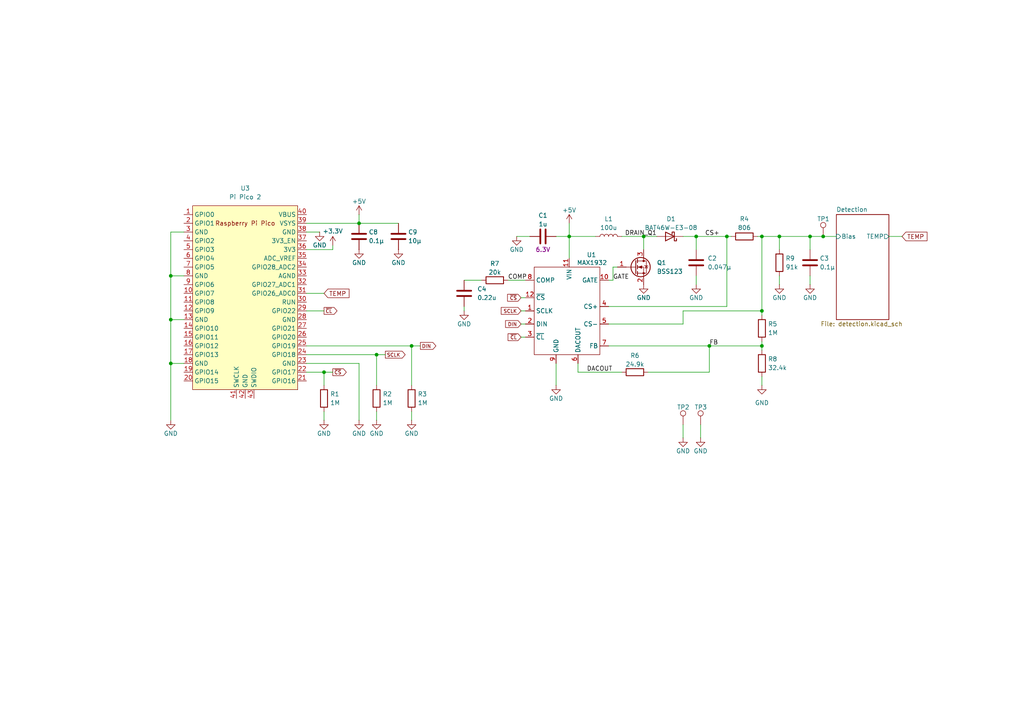
<source format=kicad_sch>
(kicad_sch (version 20250114) (generator "eeschema") (generator_version "9.0")
  (paper "A4")
  (lib_symbols
    (symbol "0_SPAD:Pico"
      (property "Reference" "U" (at -13.97 27.94 0))
      (property "Value" "Pico" (at 0 19.05 0))
      (symbol "Pico_0_0"
        (text "Raspberry Pi Pico" (at 0 21.59 0) (effects (font (size 1.27 1.27))))
      )
      (symbol "Pico_0_1"
        (rectangle (start -15.24 26.67) (end 15.24 -26.67) (fill (type background)))
      )
      (symbol "Pico_1_1"
        (pin bidirectional line (at -17.78 24.13 0) (length 2.54) (name "GPIO0") (number "1"))
        (pin bidirectional line (at -17.78 21.59 0) (length 2.54) (name "GPIO1") (number "2"))
        (pin power_in line (at -17.78 19.05 0) (length 2.54) (name "GND") (number "3"))
        (pin bidirectional line (at -17.78 16.51 0) (length 2.54) (name "GPIO2") (number "4"))
        (pin bidirectional line (at -17.78 13.97 0) (length 2.54) (name "GPIO3") (number "5"))
        (pin bidirectional line (at -17.78 11.43 0) (length 2.54) (name "GPIO4") (number "6"))
        (pin bidirectional line (at -17.78 8.89 0) (length 2.54) (name "GPIO5") (number "7"))
        (pin power_in line (at -17.78 6.35 0) (length 2.54) (name "GND") (number "8"))
        (pin bidirectional line (at -17.78 3.81 0) (length 2.54) (name "GPIO6") (number "9"))
        (pin bidirectional line (at -17.78 1.27 0) (length 2.54) (name "GPIO7") (number "10"))
        (pin bidirectional line (at -17.78 -1.27 0) (length 2.54) (name "GPIO8") (number "11"))
        (pin bidirectional line (at -17.78 -3.81 0) (length 2.54) (name "GPIO9") (number "12"))
        (pin power_in line (at -17.78 -6.35 0) (length 2.54) (name "GND") (number "13"))
        (pin bidirectional line (at -17.78 -8.89 0) (length 2.54) (name "GPIO10") (number "14"))
        (pin bidirectional line (at -17.78 -11.43 0) (length 2.54) (name "GPIO11") (number "15"))
        (pin bidirectional line (at -17.78 -13.97 0) (length 2.54) (name "GPIO12") (number "16"))
        (pin bidirectional line (at -17.78 -16.51 0) (length 2.54) (name "GPIO13") (number "17"))
        (pin power_in line (at -17.78 -19.05 0) (length 2.54) (name "GND") (number "18"))
        (pin bidirectional line (at -17.78 -21.59 0) (length 2.54) (name "GPIO14") (number "19"))
        (pin bidirectional line (at -17.78 -24.13 0) (length 2.54) (name "GPIO15") (number "20"))
        (pin input line (at -2.54 -29.21 90) (length 2.54) (name "SWCLK") (number "41"))
        (pin power_in line (at 0 -29.21 90) (length 2.54) (name "GND") (number "42"))
        (pin bidirectional line (at 2.54 -29.21 90) (length 2.54) (name "SWDIO") (number "43"))
        (pin power_in line (at 17.78 24.13 180) (length 2.54) (name "VBUS") (number "40"))
        (pin power_in line (at 17.78 21.59 180) (length 2.54) (name "VSYS") (number "39"))
        (pin bidirectional line (at 17.78 19.05 180) (length 2.54) (name "GND") (number "38"))
        (pin input line (at 17.78 16.51 180) (length 2.54) (name "3V3_EN") (number "37"))
        (pin power_in line (at 17.78 13.97 180) (length 2.54) (name "3V3") (number "36"))
        (pin power_in line (at 17.78 11.43 180) (length 2.54) (name "ADC_VREF") (number "35"))
        (pin bidirectional line (at 17.78 8.89 180) (length 2.54) (name "GPIO28_ADC2") (number "34"))
        (pin power_in line (at 17.78 6.35 180) (length 2.54) (name "AGND") (number "33"))
        (pin bidirectional line (at 17.78 3.81 180) (length 2.54) (name "GPIO27_ADC1") (number "32"))
        (pin bidirectional line (at 17.78 1.27 180) (length 2.54) (name "GPIO26_ADC0") (number "31"))
        (pin input line (at 17.78 -1.27 180) (length 2.54) (name "RUN") (number "30"))
        (pin bidirectional line (at 17.78 -3.81 180) (length 2.54) (name "GPIO22") (number "29"))
        (pin power_in line (at 17.78 -6.35 180) (length 2.54) (name "GND") (number "28"))
        (pin bidirectional line (at 17.78 -8.89 180) (length 2.54) (name "GPIO21") (number "27"))
        (pin bidirectional line (at 17.78 -11.43 180) (length 2.54) (name "GPIO20") (number "26"))
        (pin bidirectional line (at 17.78 -13.97 180) (length 2.54) (name "GPIO19") (number "25"))
        (pin bidirectional line (at 17.78 -16.51 180) (length 2.54) (name "GPIO18") (number "24"))
        (pin power_in line (at 17.78 -19.05 180) (length 2.54) (name "GND") (number "23"))
        (pin bidirectional line (at 17.78 -21.59 180) (length 2.54) (name "GPIO17") (number "22"))
        (pin bidirectional line (at 17.78 -24.13 180) (length 2.54) (name "GPIO16") (number "21"))
      )
    )
    (symbol "Connector:TestPoint" (pin_numbers (hide yes)) (pin_names (offset 0.762) (hide yes))
      (property "Reference" "TP" (at 0 6.858 0))
      (property "Value" "TestPoint" (at 0 5.08 0))
      (symbol "TestPoint_0_1"
        (circle (center 0 3.302) (radius 0.762))
      )
      (symbol "TestPoint_1_1"
        (pin passive line (at 0 0 90) (length 2.54) (name "1") (number "1"))
      )
    )
    (symbol "Device:C" (pin_numbers (hide yes)) (pin_names (offset 0.254))
      (property "Reference" "C" (at 0.635 2.54 0))
      (property "Value" "C" (at 0.635 -2.54 0))
      (symbol "C_0_1"
        (polyline (pts (xy -2.032 0.762) (xy 2.032 0.762)) (stroke (width 0.508)))
        (polyline (pts (xy -2.032 -0.762) (xy 2.032 -0.762)) (stroke (width 0.508)))
      )
      (symbol "C_1_1"
        (pin passive line (at 0 3.81 270) (length 2.794) (name "~") (number "1"))
        (pin passive line (at 0 -3.81 90) (length 2.794) (name "~") (number "2"))
      )
    )
    (symbol "Device:D_Schottky" (pin_numbers (hide yes)) (pin_names (offset 1.016) (hide yes))
      (property "Reference" "D" (at 0 2.54 0))
      (property "Value" "D_Schottky" (at 0 -2.54 0))
      (symbol "D_Schottky_0_1"
        (polyline (pts (xy -1.905 0.635) (xy -1.905 1.27) (xy -1.27 1.27) (xy -1.27 -1.27) (xy -0.635 -1.27) (xy -0.635 -0.635)) (stroke (width 0.254)))
        (polyline (pts (xy 1.27 1.27) (xy 1.27 -1.27) (xy -1.27 0) (xy 1.27 1.27)) (stroke (width 0.254)))
        (polyline (pts (xy 1.27 0) (xy -1.27 0)))
      )
      (symbol "D_Schottky_1_1"
        (pin passive line (at -3.81 0 0) (length 2.54) (name "K") (number "1"))
        (pin passive line (at 3.81 0 180) (length 2.54) (name "A") (number "2"))
      )
    )
    (symbol "Device:L" (pin_numbers (hide yes)) (pin_names (offset 1.016) (hide yes))
      (property "Reference" "L" (at -1.27 0 90))
      (property "Value" "L" (at 1.905 0 90))
      (symbol "L_0_1"
        (arc (start 0 2.54) (mid 0.6323 1.905) (end 0 1.27))
        (arc (start 0 1.27) (mid 0.6323 0.635) (end 0 0))
        (arc (start 0 0) (mid 0.6323 -0.635) (end 0 -1.27))
        (arc (start 0 -1.27) (mid 0.6323 -1.905) (end 0 -2.54))
      )
      (symbol "L_1_1"
        (pin passive line (at 0 3.81 270) (length 1.27) (name "1") (number "1"))
        (pin passive line (at 0 -3.81 90) (length 1.27) (name "2") (number "2"))
      )
    )
    (symbol "Device:R" (pin_numbers (hide yes)) (pin_names (offset 0))
      (property "Reference" "R" (at 2.032 0 90))
      (property "Value" "R" (at 0 0 90))
      (symbol "R_0_1"
        (rectangle (start -1.016 -2.54) (end 1.016 2.54) (stroke (width 0.254)))
      )
      (symbol "R_1_1"
        (pin passive line (at 0 3.81 270) (length 1.27) (name "~") (number "1"))
        (pin passive line (at 0 -3.81 90) (length 1.27) (name "~") (number "2"))
      )
    )
    (symbol "SPAD:MAX1932"
      (property "Reference" "U" (at 18.034 -1.27 0))
      (symbol "MAX1932_0_1"
        (rectangle (start 0 -2.54) (end 19.05 -27.94))
      )
      (symbol "MAX1932_1_1"
        (pin bidirectional line (at -2.54 -6.35 0) (length 2.54) (name "COMP") (number "8"))
        (pin input line (at -2.54 -11.43 0) (length 2.54) (name "~{CS}") (number "12"))
        (pin input line (at -2.54 -15.24 0) (length 2.54) (name "SCLK") (number "1"))
        (pin input line (at -2.54 -19.05 0) (length 2.54) (name "DIN") (number "2"))
        (pin output line (at -2.54 -22.86 0) (length 2.54) (name "~{CL}") (number "3"))
        (pin passive line (at 6.35 -30.48 90) (length 2.54) (name "GND") (number "9"))
        (pin power_in line (at 10.16 0 270) (length 2.54) (name "VIN") (number "11"))
        (pin bidirectional line (at 12.7 -30.48 90) (length 2.54) (name "DACOUT") (number "6"))
        (pin output line (at 21.59 -6.35 180) (length 2.54) (name "GATE") (number "10"))
        (pin bidirectional line (at 21.59 -13.97 180) (length 2.54) (name "CS+") (number "4"))
        (pin bidirectional line (at 21.59 -19.05 180) (length 2.54) (name "CS-") (number "5"))
        (pin bidirectional line (at 21.59 -25.4 180) (length 2.54) (name "FB") (number "7"))
      )
    )
    (symbol "Transistor_FET:BSS123" (pin_names (hide yes))
      (property "Reference" "Q" (at 5.08 1.905 0))
      (property "Value" "BSS123" (at 5.08 0 0))
      (symbol "BSS123_0_1"
        (polyline (pts (xy 0.254 1.905) (xy 0.254 -1.905)) (stroke (width 0.254)))
        (polyline (pts (xy 0.254 0) (xy -2.54 0)))
        (polyline (pts (xy 0.762 2.286) (xy 0.762 1.27)) (stroke (width 0.254)))
        (polyline (pts (xy 0.762 0.508) (xy 0.762 -0.508)) (stroke (width 0.254)))
        (polyline (pts (xy 0.762 -1.27) (xy 0.762 -2.286)) (stroke (width 0.254)))
        (polyline (pts (xy 0.762 -1.778) (xy 3.302 -1.778) (xy 3.302 1.778) (xy 0.762 1.778)))
        (polyline (pts (xy 1.016 0) (xy 2.032 0.381) (xy 2.032 -0.381) (xy 1.016 0)) (fill (type outline)))
        (circle (center 1.651 0) (radius 2.794) (stroke (width 0.254)))
        (polyline (pts (xy 2.54 2.54) (xy 2.54 1.778)))
        (circle (center 2.54 1.778) (radius 0.254) (fill (type outline)))
        (circle (center 2.54 -1.778) (radius 0.254) (fill (type outline)))
        (polyline (pts (xy 2.54 -2.54) (xy 2.54 0) (xy 0.762 0)))
        (polyline (pts (xy 2.794 0.508) (xy 2.921 0.381) (xy 3.683 0.381) (xy 3.81 0.254)))
        (polyline (pts (xy 3.302 0.381) (xy 2.921 -0.254) (xy 3.683 -0.254) (xy 3.302 0.381)))
      )
      (symbol "BSS123_1_1"
        (pin input line (at -5.08 0 0) (length 2.54) (name "G") (number "1"))
        (pin passive line (at 2.54 5.08 270) (length 2.54) (name "D") (number "3"))
        (pin passive line (at 2.54 -5.08 90) (length 2.54) (name "S") (number "2"))
      )
    )
    (symbol "power:+3.3V" (power) (pin_numbers (hide yes)) (pin_names (offset 0) (hide yes))
      (property "Value" "+3.3V" (at 0 3.556 0))
      (symbol "+3.3V_0_1"
        (polyline (pts (xy -0.762 1.27) (xy 0 2.54)))
        (polyline (pts (xy 0 2.54) (xy 0.762 1.27)))
        (polyline (pts (xy 0 0) (xy 0 2.54)))
      )
      (symbol "+3.3V_1_1"
        (pin power_in line (at 0 0 90) (length 0) (name "~") (number "1"))
      )
    )
    (symbol "power:+5V" (power) (pin_numbers (hide yes)) (pin_names (offset 0) (hide yes))
      (property "Value" "+5V" (at 0 3.556 0))
      (symbol "+5V_0_1"
        (polyline (pts (xy -0.762 1.27) (xy 0 2.54)))
        (polyline (pts (xy 0 2.54) (xy 0.762 1.27)))
        (polyline (pts (xy 0 0) (xy 0 2.54)))
      )
      (symbol "+5V_1_1"
        (pin power_in line (at 0 0 90) (length 0) (name "~") (number "1"))
      )
    )
    (symbol "power:GND" (power) (pin_numbers (hide yes)) (pin_names (offset 0) (hide yes))
      (property "Value" "GND" (at 0 -3.81 0))
      (symbol "GND_0_1"
        (polyline (pts (xy 0 0) (xy 0 -1.27) (xy 1.27 -1.27) (xy 0 -2.54) (xy -1.27 -1.27) (xy 0 -1.27)))
      )
      (symbol "GND_1_1"
        (pin power_in line (at 0 0 270) (length 0) (name "~") (number "1"))
      )
    )
  )
  (junction (at 220.98 90.17))
  (junction (at 119.38 100.33))
  (junction (at 93.98 107.95))
  (junction (at 201.93 68.58))
  (junction (at 109.22 102.87))
  (junction (at 49.53 105.41))
  (junction (at 220.98 68.58))
  (junction (at 165.1 68.58))
  (junction (at 49.53 80.01))
  (junction (at 234.95 68.58))
  (junction (at 186.69 68.58))
  (junction (at 238.76 68.58))
  (junction (at 226.06 68.58))
  (junction (at 104.14 64.77))
  (junction (at 210.82 68.58))
  (junction (at 220.98 100.33))
  (junction (at 205.74 100.33))
  (junction (at 49.53 92.71))
  (wire (pts (xy 205.74 100.33) (xy 205.74 107.95)))
  (wire (pts (xy 119.38 119.38) (xy 119.38 121.92)))
  (wire (pts (xy 161.29 68.58) (xy 165.1 68.58)))
  (wire (pts (xy 210.82 68.58) (xy 210.82 88.9)))
  (wire (pts (xy 165.1 68.58) (xy 165.1 74.93)))
  (wire (pts (xy 177.8 81.28) (xy 176.53 81.28)))
  (wire (pts (xy 49.53 105.41) (xy 53.34 105.41)))
  (wire (pts (xy 165.1 64.77) (xy 165.1 68.58)))
  (wire (pts (xy 167.64 107.95) (xy 180.34 107.95)))
  (wire (pts (xy 226.06 68.58) (xy 234.95 68.58)))
  (wire (pts (xy 104.14 64.77) (xy 115.57 64.77)))
  (wire (pts (xy 220.98 109.22) (xy 220.98 111.76)))
  (wire (pts (xy 53.34 80.01) (xy 49.53 80.01)))
  (wire (pts (xy 198.12 93.98) (xy 176.53 93.98)))
  (wire (pts (xy 104.14 105.41) (xy 88.9 105.41)))
  (wire (pts (xy 177.8 77.47) (xy 177.8 81.28)))
  (wire (pts (xy 186.69 68.58) (xy 186.69 72.39)))
  (wire (pts (xy 134.62 88.9) (xy 134.62 90.17)))
  (wire (pts (xy 151.13 97.79) (xy 152.4 97.79)))
  (wire (pts (xy 257.81 68.58) (xy 261.62 68.58)))
  (wire (pts (xy 88.9 72.39) (xy 96.52 72.39)))
  (wire (pts (xy 177.8 77.47) (xy 179.07 77.47)))
  (wire (pts (xy 88.9 67.31) (xy 92.71 67.31)))
  (wire (pts (xy 220.98 99.06) (xy 220.98 100.33)))
  (wire (pts (xy 104.14 121.92) (xy 104.14 105.41)))
  (wire (pts (xy 109.22 102.87) (xy 111.76 102.87)))
  (wire (pts (xy 147.32 81.28) (xy 152.4 81.28)))
  (wire (pts (xy 205.74 107.95) (xy 187.96 107.95)))
  (wire (pts (xy 210.82 88.9) (xy 176.53 88.9)))
  (wire (pts (xy 119.38 100.33) (xy 119.38 111.76)))
  (wire (pts (xy 109.22 102.87) (xy 109.22 111.76)))
  (wire (pts (xy 88.9 90.17) (xy 93.98 90.17)))
  (wire (pts (xy 226.06 80.01) (xy 226.06 82.55)))
  (wire (pts (xy 88.9 102.87) (xy 109.22 102.87)))
  (wire (pts (xy 49.53 92.71) (xy 53.34 92.71)))
  (wire (pts (xy 93.98 119.38) (xy 93.98 121.92)))
  (wire (pts (xy 149.86 68.58) (xy 153.67 68.58)))
  (wire (pts (xy 88.9 107.95) (xy 93.98 107.95)))
  (wire (pts (xy 49.53 105.41) (xy 49.53 92.71)))
  (wire (pts (xy 93.98 107.95) (xy 96.52 107.95)))
  (wire (pts (xy 234.95 68.58) (xy 234.95 72.39)))
  (wire (pts (xy 201.93 68.58) (xy 201.93 72.39)))
  (wire (pts (xy 220.98 90.17) (xy 220.98 91.44)))
  (wire (pts (xy 53.34 67.31) (xy 49.53 67.31)))
  (wire (pts (xy 109.22 119.38) (xy 109.22 121.92)))
  (wire (pts (xy 226.06 68.58) (xy 226.06 72.39)))
  (wire (pts (xy 93.98 107.95) (xy 93.98 111.76)))
  (wire (pts (xy 49.53 67.31) (xy 49.53 80.01)))
  (wire (pts (xy 104.14 62.23) (xy 104.14 64.77)))
  (wire (pts (xy 96.52 72.39) (xy 96.52 71.12)))
  (wire (pts (xy 205.74 100.33) (xy 220.98 100.33)))
  (wire (pts (xy 161.29 105.41) (xy 161.29 111.76)))
  (wire (pts (xy 238.76 68.58) (xy 242.57 68.58)))
  (wire (pts (xy 234.95 68.58) (xy 238.76 68.58)))
  (wire (pts (xy 49.53 80.01) (xy 49.53 92.71)))
  (wire (pts (xy 93.98 85.09) (xy 88.9 85.09)))
  (wire (pts (xy 203.2 123.19) (xy 203.2 127)))
  (wire (pts (xy 151.13 86.36) (xy 152.4 86.36)))
  (wire (pts (xy 220.98 100.33) (xy 220.98 101.6)))
  (wire (pts (xy 220.98 68.58) (xy 220.98 90.17)))
  (wire (pts (xy 198.12 68.58) (xy 201.93 68.58)))
  (wire (pts (xy 186.69 68.58) (xy 190.5 68.58)))
  (wire (pts (xy 220.98 68.58) (xy 226.06 68.58)))
  (wire (pts (xy 88.9 64.77) (xy 104.14 64.77)))
  (wire (pts (xy 180.34 68.58) (xy 186.69 68.58)))
  (wire (pts (xy 201.93 80.01) (xy 201.93 82.55)))
  (wire (pts (xy 88.9 100.33) (xy 119.38 100.33)))
  (wire (pts (xy 119.38 100.33) (xy 121.92 100.33)))
  (wire (pts (xy 219.71 68.58) (xy 220.98 68.58)))
  (wire (pts (xy 167.64 105.41) (xy 167.64 107.95)))
  (wire (pts (xy 165.1 68.58) (xy 172.72 68.58)))
  (wire (pts (xy 198.12 123.19) (xy 198.12 127)))
  (wire (pts (xy 198.12 90.17) (xy 198.12 93.98)))
  (wire (pts (xy 176.53 100.33) (xy 205.74 100.33)))
  (wire (pts (xy 198.12 90.17) (xy 220.98 90.17)))
  (wire (pts (xy 201.93 68.58) (xy 210.82 68.58)))
  (wire (pts (xy 49.53 121.92) (xy 49.53 105.41)))
  (wire (pts (xy 151.13 93.98) (xy 152.4 93.98)))
  (wire (pts (xy 151.13 90.17) (xy 152.4 90.17)))
  (wire (pts (xy 210.82 68.58) (xy 212.09 68.58)))
  (wire (pts (xy 234.95 80.01) (xy 234.95 82.55)))
  (wire (pts (xy 134.62 81.28) (xy 139.7 81.28)))
  (label "GATE" (at 177.8 81.28 0))
  (label "DRAIN_Q1" (at 190.5 68.58 180))
  (label "COMP" (at 147.32 81.28 0))
  (label "CS+" (at 204.47 68.58 0))
  (label "FB" (at 205.74 100.33 0))
  (label "DACOUT" (at 170.18 107.95 0))
  (global_label "SCLK" (shape input) (at 151.13 90.17 180) (effects (font (size 1.016 1.016))) (property "Intersheetrefs" "${INTERSHEET_REFS}" (effects (hide yes))))
  (global_label "DIN" (shape input) (at 151.13 93.98 180) (effects (font (size 1.016 1.016))) (property "Intersheetrefs" "${INTERSHEET_REFS}" (effects (hide yes))))
  (global_label "SCLK" (shape output) (at 111.76 102.87 0) (effects (font (size 1.016 1.016))) (property "Intersheetrefs" "${INTERSHEET_REFS}" (effects (hide yes))))
  (global_label "DIN" (shape output) (at 121.92 100.33 0) (effects (font (size 1.016 1.016))) (property "Intersheetrefs" "${INTERSHEET_REFS}" (effects (hide yes))))
  (global_label "~{CL}" (shape input) (at 151.13 97.79 180) (effects (font (size 1.016 1.016))) (property "Intersheetrefs" "${INTERSHEET_REFS}" (effects (hide yes))))
  (global_label "TEMP" (shape input) (at 261.62 68.58 0) (property "Intersheetrefs" "${INTERSHEET_REFS}" (effects (hide yes))))
  (global_label "TEMP" (shape input) (at 93.98 85.09 0) (property "Intersheetrefs" "${INTERSHEET_REFS}" (effects (hide yes))))
  (global_label "~{CS}" (shape input) (at 151.13 86.36 180) (effects (font (size 1.016 1.016))) (property "Intersheetrefs" "${INTERSHEET_REFS}" (effects (hide yes))))
  (global_label "~{CL}" (shape output) (at 93.98 90.17 0) (effects (font (size 1.016 1.016))) (property "Intersheetrefs" "${INTERSHEET_REFS}" (effects (hide yes))))
  (global_label "~{CS}" (shape output) (at 96.52 107.95 0) (effects (font (size 1.016 1.016))) (property "Intersheetrefs" "${INTERSHEET_REFS}" (effects (hide yes))))
  (symbol (lib_id "power:+5V") (at 104.14 62.23 0) (unit 1)
    (property "Reference" "#PWR02" (effects (hide yes)))
    (property "Value" "+5V" (at 104.14 58.42 0))
    (property "Description" "Power symbol creates a global label with name \"+5V\"" (effects (hide yes)))
  )
  (symbol (lib_id "power:GND") (at 134.62 90.17 0) (unit 1)
    (property "Reference" "#PWR01" (effects (hide yes)))
    (property "Value" "GND" (at 134.62 93.98 0))
    (property "Description" "Power symbol creates a global label with name \"GND\" , ground" (effects (hide yes)))
  )
  (symbol (lib_id "power:GND") (at 161.29 111.76 0) (unit 1)
    (property "Reference" "#PWR05" (effects (hide yes)))
    (property "Value" "GND" (at 161.29 115.57 0))
    (property "Description" "Power symbol creates a global label with name \"GND\" , ground" (effects (hide yes)))
  )
  (symbol (lib_id "power:GND") (at 115.57 72.39 0) (unit 1)
    (property "Reference" "#PWR031" (effects (hide yes)))
    (property "Value" "GND" (at 115.57 76.2 0))
    (property "Description" "Power symbol creates a global label with name \"GND\" , ground" (effects (hide yes)))
  )
  (symbol (lib_id "SPAD:MAX1932") (at 154.94 74.93 0) (unit 1)
    (property "Reference" "U1" (at 170.18 73.914 0) (effects (justify left)))
    (property "Value" "MAX1932" (at 167.2941 76.2 0) (effects (justify left)))
    (property "Footprint" "0_OpenSPD:T1244-4" (effects (hide yes)))
    (property "DigiKey Part Number" "MAX1932ETC+TTR-ND" (effects (hide yes)))
  )
  (symbol (lib_id "Device:L") (at 176.53 68.58 90) (unit 1)
    (property "Reference" "L1" (at 176.53 63.5 90))
    (property "Value" "100u" (at 176.53 66.04 90))
    (property "Footprint" "0_OpenSPD:100µ_L" (effects (hide yes)))
    (property "Description" "Inductor" (effects (hide yes)))
  )
  (symbol (lib_id "power:+5V") (at 165.1 64.77 0) (unit 1)
    (property "Reference" "#PWR06" (effects (hide yes)))
    (property "Value" "+5V" (at 165.1 60.96 0))
    (property "Description" "Power symbol creates a global label with name \"+5V\"" (effects (hide yes)))
  )
  (symbol (lib_id "Connector:TestPoint") (at 238.76 68.58 0) (unit 1)
    (property "Reference" "TP1" (at 236.982 63.5 0) (effects (justify left)))
    (property "Value" "TestPoint" (effects (hide yes)))
    (property "Footprint" "0_OpenSPD:TestPoint_Keystone_5002" (effects (hide yes)))
    (property "Description" "test point" (effects (hide yes)))
    (property "DigiKey Part Number" "445-2554-2-ND" (effects (hide yes)))
  )
  (symbol (lib_id "0_SPAD:Pico") (at 71.12 86.36 0) (unit 1)
    (property "Reference" "U3" (at 71.12 54.61 0))
    (property "Value" "Pi Pico 2" (at 71.12 57.15 0))
    (property "Footprint" "0_OpenSPD:RPi_Pico_SMD_TH" (effects (hide yes)))
  )
  (symbol (lib_id "Device:C") (at 201.93 76.2 0) (unit 1)
    (property "Reference" "C2" (at 205.232 74.93 0) (effects (justify left)))
    (property "Value" "0.047µ" (at 205.232 77.47 0) (effects (justify left)))
    (property "Footprint" "Capacitor_SMD:C_0805_2012Metric" (effects (hide yes)))
    (property "Description" "Unpolarized capacitor" (effects (hide yes)))
  )
  (symbol (lib_id "Device:R") (at 93.98 115.57 0) (unit 1)
    (property "Reference" "R1" (at 95.758 114.3 0) (effects (justify left)))
    (property "Value" "1M" (at 95.758 116.84 0) (effects (justify left)))
    (property "Footprint" "0_OpenSPD:0805_2012_Vishay" (effects (hide yes)))
    (property "Description" "Resistor" (effects (hide yes)))
  )
  (symbol (lib_id "power:GND") (at 226.06 82.55 0) (unit 1)
    (property "Reference" "#PWR024" (effects (hide yes)))
    (property "Value" "GND" (at 226.06 86.36 0))
    (property "Description" "Power symbol creates a global label with name \"GND\" , ground" (effects (hide yes)))
  )
  (symbol (lib_id "Device:R") (at 220.98 105.41 0) (unit 1)
    (property "Reference" "R8" (at 222.758 104.14 0) (effects (justify left)))
    (property "Value" "32.4k" (at 222.758 106.68 0) (effects (justify left)))
    (property "Footprint" "0_OpenSPD:0805_2012_Vishay" (effects (hide yes)))
    (property "Description" "Resistor" (effects (hide yes)))
  )
  (symbol (lib_id "Device:R") (at 109.22 115.57 0) (unit 1)
    (property "Reference" "R2" (at 110.998 114.3 0) (effects (justify left)))
    (property "Value" "1M" (at 110.998 116.84 0) (effects (justify left)))
    (property "Footprint" "0_OpenSPD:0805_2012_Vishay" (effects (hide yes)))
    (property "Description" "Resistor" (effects (hide yes)))
  )
  (symbol (lib_id "power:GND") (at 109.22 121.92 0) (unit 1)
    (property "Reference" "#PWR021" (effects (hide yes)))
    (property "Value" "GND" (at 109.22 125.73 0))
    (property "Description" "Power symbol creates a global label with name \"GND\" , ground" (effects (hide yes)))
  )
  (symbol (lib_id "power:GND") (at 234.95 82.55 0) (unit 1)
    (property "Reference" "#PWR010" (effects (hide yes)))
    (property "Value" "GND" (at 234.95 86.36 0))
    (property "Description" "Power symbol creates a global label with name \"GND\" , ground" (effects (hide yes)))
  )
  (symbol (lib_id "power:GND") (at 149.86 68.58 0) (unit 1)
    (property "Reference" "#PWR04" (effects (hide yes)))
    (property "Value" "GND" (at 149.86 72.39 0))
    (property "Description" "Power symbol creates a global label with name \"GND\" , ground" (effects (hide yes)))
  )
  (symbol (lib_id "power:GND") (at 186.69 82.55 0) (unit 1)
    (property "Reference" "#PWR07" (effects (hide yes)))
    (property "Value" "GND" (at 186.69 86.36 0))
    (property "Description" "Power symbol creates a global label with name \"GND\" , ground" (effects (hide yes)))
  )
  (symbol (lib_id "power:GND") (at 93.98 121.92 0) (unit 1)
    (property "Reference" "#PWR022" (effects (hide yes)))
    (property "Value" "GND" (at 93.98 125.73 0))
    (property "Description" "Power symbol creates a global label with name \"GND\" , ground" (effects (hide yes)))
  )
  (symbol (lib_id "power:GND") (at 220.98 111.76 0) (unit 1)
    (property "Reference" "#PWR09" (effects (hide yes)))
    (property "Value" "GND" (at 220.98 116.84 0))
    (property "Description" "Power symbol creates a global label with name \"GND\" , ground" (effects (hide yes)))
  )
  (symbol (lib_id "Device:R") (at 184.15 107.95 270) (unit 1)
    (property "Reference" "R6" (at 184.15 103.124 90))
    (property "Value" "24.9k" (at 184.15 105.664 90))
    (property "Footprint" "0_OpenSPD:0805_2012_Vishay" (effects (hide yes)))
    (property "Description" "Resistor" (effects (hide yes)))
  )
  (symbol (lib_id "Device:C") (at 157.48 68.58 90) (unit 1)
    (property "Reference" "C1" (at 157.48 62.484 90))
    (property "Value" "1u" (at 157.48 65.024 90))
    (property "Footprint" "Capacitor_SMD:C_0805_2012Metric" (effects (hide yes)))
    (property "Description" "Unpolarized capacitor" (effects (hide yes)))
    (property "Voltage" "6.3V" (at 157.48 72.39 90))
  )
  (symbol (lib_id "Device:R") (at 215.9 68.58 90) (unit 1)
    (property "Reference" "R4" (at 215.9 63.5 90))
    (property "Value" "806" (at 215.9 66.04 90))
    (property "Footprint" "0_OpenSPD:0805_2012_Vishay" (effects (hide yes)))
    (property "Description" "Resistor" (effects (hide yes)))
  )
  (symbol (lib_id "power:GND") (at 119.38 121.92 0) (unit 1)
    (property "Reference" "#PWR016" (effects (hide yes)))
    (property "Value" "GND" (at 119.38 125.73 0))
    (property "Description" "Power symbol creates a global label with name \"GND\" , ground" (effects (hide yes)))
  )
  (symbol (lib_id "Transistor_FET:BSS123") (at 184.15 77.47 0) (unit 1)
    (property "Reference" "Q1" (at 190.5 76.1999 0) (effects (justify left)))
    (property "Value" "BSS123" (at 190.5 78.7399 0) (effects (justify left)))
    (property "Footprint" "Package_TO_SOT_SMD:SOT-23" (effects (hide yes)))
    (property "Datasheet" "http://www.diodes.com/assets/Datasheets/ds30366.pdf" (effects (hide yes)))
    (property "Description" "0.17A Id, 100V Vds, N-Channel MOSFET, SOT-23" (effects (hide yes)))
    (property "DigiKey Part Number" "BSS123NTR-ND" (effects (hide yes)))
  )
  (symbol (lib_id "Device:C") (at 234.95 76.2 0) (unit 1)
    (property "Reference" "C3" (at 237.744 74.93 0) (effects (justify left)))
    (property "Value" "0.1µ" (at 237.744 77.47 0) (effects (justify left)))
    (property "Footprint" "Capacitor_SMD:C_0805_2012Metric" (effects (hide yes)))
    (property "Description" "Unpolarized capacitor" (effects (hide yes)))
  )
  (symbol (lib_id "Device:R") (at 226.06 76.2 0) (unit 1)
    (property "Reference" "R9" (at 227.838 74.93 0) (effects (justify left)))
    (property "Value" "91k" (at 227.838 77.47 0) (effects (justify left)))
    (property "Footprint" "0_OpenSPD:0805_2012_Vishay" (effects (hide yes)))
    (property "Description" "Resistor" (effects (hide yes)))
  )
  (symbol (lib_id "Connector:TestPoint") (at 203.2 123.19 0) (unit 1)
    (property "Reference" "TP3" (at 201.422 118.11 0) (effects (justify left)))
    (property "Value" "TestPoint" (effects (hide yes)))
    (property "Footprint" "0_OpenSPD:TestPoint_Keystone_5002" (effects (hide yes)))
    (property "Description" "test point" (effects (hide yes)))
    (property "DigiKey Part Number" "445-2554-2-ND" (effects (hide yes)))
  )
  (symbol (lib_id "power:GND") (at 201.93 82.55 0) (unit 1)
    (property "Reference" "#PWR08" (effects (hide yes)))
    (property "Value" "GND" (at 201.93 86.36 0))
    (property "Description" "Power symbol creates a global label with name \"GND\" , ground" (effects (hide yes)))
  )
  (symbol (lib_id "power:GND") (at 49.53 121.92 0) (unit 1)
    (property "Reference" "#PWR033" (effects (hide yes)))
    (property "Value" "GND" (at 49.53 125.73 0))
    (property "Description" "Power symbol creates a global label with name \"GND\" , ground" (effects (hide yes)))
  )
  (symbol (lib_id "Device:C") (at 104.14 68.58 0) (unit 1)
    (property "Reference" "C8" (at 106.934 67.31 0) (effects (justify left)))
    (property "Value" "0.1µ" (at 106.934 69.85 0) (effects (justify left)))
    (property "Footprint" "Capacitor_SMD:C_0805_2012Metric" (effects (hide yes)))
    (property "Description" "Unpolarized capacitor" (effects (hide yes)))
  )
  (symbol (lib_id "power:GND") (at 203.2 127 0) (unit 1)
    (property "Reference" "#PWR028" (effects (hide yes)))
    (property "Value" "GND" (at 203.2 130.81 0))
    (property "Description" "Power symbol creates a global label with name \"GND\" , ground" (effects (hide yes)))
  )
  (symbol (lib_id "power:+3.3V") (at 96.52 71.12 0) (unit 1)
    (property "Reference" "#PWR023" (effects (hide yes)))
    (property "Value" "+3.3V" (at 96.52 67.056 0))
    (property "Description" "Power symbol creates a global label with name \"+3.3V\"" (effects (hide yes)))
  )
  (symbol (lib_id "Device:R") (at 143.51 81.28 270) (unit 1)
    (property "Reference" "R7" (at 143.51 76.454 90))
    (property "Value" "20k" (at 143.51 78.994 90))
    (property "Footprint" "0_OpenSPD:0805_2012_Vishay" (effects (hide yes)))
    (property "Description" "Resistor" (effects (hide yes)))
  )
  (symbol (lib_id "power:GND") (at 198.12 127 0) (unit 1)
    (property "Reference" "#PWR027" (effects (hide yes)))
    (property "Value" "GND" (at 198.12 130.81 0))
    (property "Description" "Power symbol creates a global label with name \"GND\" , ground" (effects (hide yes)))
  )
  (symbol (lib_id "Device:C") (at 115.57 68.58 0) (unit 1)
    (property "Reference" "C9" (at 118.364 67.31 0) (effects (justify left)))
    (property "Value" "10µ" (at 118.364 69.85 0) (effects (justify left)))
    (property "Footprint" "Capacitor_SMD:C_0805_2012Metric" (effects (hide yes)))
    (property "Description" "Unpolarized capacitor" (effects (hide yes)))
  )
  (symbol (lib_id "power:GND") (at 104.14 72.39 0) (unit 1)
    (property "Reference" "#PWR030" (effects (hide yes)))
    (property "Value" "GND" (at 104.14 76.2 0))
    (property "Description" "Power symbol creates a global label with name \"GND\" , ground" (effects (hide yes)))
  )
  (symbol (lib_id "Device:R") (at 220.98 95.25 0) (unit 1)
    (property "Reference" "R5" (at 222.758 93.98 0) (effects (justify left)))
    (property "Value" "1M" (at 222.758 96.52 0) (effects (justify left)))
    (property "Footprint" "0_OpenSPD:0805_2012_Vishay" (effects (hide yes)))
    (property "Description" "Resistor" (effects (hide yes)))
  )
  (symbol (lib_id "power:GND") (at 104.14 121.92 0) (unit 1)
    (property "Reference" "#PWR032" (effects (hide yes)))
    (property "Value" "GND" (at 104.14 125.73 0))
    (property "Description" "Power symbol creates a global label with name \"GND\" , ground" (effects (hide yes)))
  )
  (symbol (lib_id "power:GND") (at 92.71 67.31 0) (unit 1)
    (property "Reference" "#PWR03" (effects (hide yes)))
    (property "Value" "GND" (at 92.71 71.12 0))
    (property "Description" "Power symbol creates a global label with name \"GND\" , ground" (effects (hide yes)))
  )
  (symbol (lib_id "Device:D_Schottky") (at 194.31 68.58 180) (unit 1)
    (property "Reference" "D1" (at 194.6275 63.5 0))
    (property "Value" "BAT46W-E3-08" (at 194.6275 66.04 0))
    (property "Footprint" "0_OpenSPD:SOD-123" (effects (hide yes)))
    (property "Description" "Schottky diode" (effects (hide yes)))
    (property "DigiKey Part Number" "BAT46W-E3-08TR-ND" (effects (hide yes)))
  )
  (symbol (lib_id "Device:C") (at 134.62 85.09 0) (unit 1)
    (property "Reference" "C4" (at 138.43 83.8199 0) (effects (justify left)))
    (property "Value" "0.22u" (at 138.43 86.3599 0) (effects (justify left)))
    (property "Footprint" "Capacitor_SMD:C_0805_2012Metric" (effects (hide yes)))
    (property "Description" "Unpolarized capacitor" (effects (hide yes)))
  )
  (symbol (lib_id "Connector:TestPoint") (at 198.12 123.19 0) (unit 1)
    (property "Reference" "TP2" (at 196.342 118.11 0) (effects (justify left)))
    (property "Value" "TestPoint" (effects (hide yes)))
    (property "Footprint" "0_OpenSPD:TestPoint_Keystone_5002" (effects (hide yes)))
    (property "Description" "test point" (effects (hide yes)))
    (property "DigiKey Part Number" "445-2554-2-ND" (effects (hide yes)))
  )
  (symbol (lib_id "Device:R") (at 119.38 115.57 0) (unit 1)
    (property "Reference" "R3" (at 121.158 114.3 0) (effects (justify left)))
    (property "Value" "1M" (at 121.158 116.84 0) (effects (justify left)))
    (property "Footprint" "0_OpenSPD:0805_2012_Vishay" (effects (hide yes)))
    (property "Description" "Resistor" (effects (hide yes)))
  )
  (sheet (at 242.57 62.23) (size 15.24 30.48) (stroke (width 0.1524))
    (property "Sheetname" "Detection" (at 242.57 61.5184 0) (effects (justify left bottom)))
    (property "Sheetfile" "detection.kicad_sch" (at 237.998 93.218 0) (effects (justify left top)))
    (pin "Bias" input (at 242.57 68.58 180))
    (pin "TEMP" output (at 257.81 68.58 0))
  )
)
</source>
